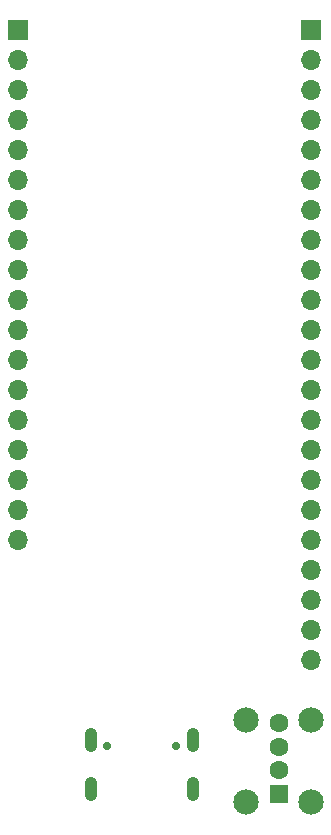
<source format=gbr>
%TF.GenerationSoftware,KiCad,Pcbnew,5.1.5+dfsg1-2build2*%
%TF.CreationDate,2021-07-16T13:05:09+05:30*%
%TF.ProjectId,USBee32-S2,55534265-6533-4322-9d53-322e6b696361,rev?*%
%TF.SameCoordinates,Original*%
%TF.FileFunction,Soldermask,Bot*%
%TF.FilePolarity,Negative*%
%FSLAX46Y46*%
G04 Gerber Fmt 4.6, Leading zero omitted, Abs format (unit mm)*
G04 Created by KiCad (PCBNEW 5.1.5+dfsg1-2build2) date 2021-07-16 13:05:09*
%MOMM*%
%LPD*%
G04 APERTURE LIST*
%ADD10C,2.150000*%
%ADD11R,1.600000X1.600000*%
%ADD12C,1.600000*%
%ADD13O,1.700000X1.700000*%
%ADD14R,1.700000X1.700000*%
%ADD15C,0.700000*%
%ADD16O,1.050000X2.100000*%
G04 APERTURE END LIST*
D10*
X186780000Y-123430000D03*
X186780000Y-116430000D03*
X192220000Y-116430000D03*
X192220000Y-123430000D03*
D11*
X189500000Y-122700000D03*
D12*
X189500000Y-120700000D03*
X189500000Y-118700000D03*
X189500000Y-116700000D03*
D13*
X192220000Y-111355000D03*
X192220000Y-108815000D03*
X192220000Y-106275000D03*
X192220000Y-103735000D03*
X192220000Y-101195000D03*
X192220000Y-98655000D03*
X192220000Y-96115000D03*
X192220000Y-93575000D03*
X192220000Y-91035000D03*
X192220000Y-88495000D03*
X192220000Y-85955000D03*
X192220000Y-83415000D03*
X192220000Y-80875000D03*
X192220000Y-78335000D03*
X192220000Y-75795000D03*
X192220000Y-73255000D03*
X192220000Y-70715000D03*
X192220000Y-68175000D03*
X192220000Y-65635000D03*
X192220000Y-63095000D03*
X192220000Y-60555000D03*
D14*
X192220000Y-58015000D03*
D15*
X180783980Y-118658620D03*
X175003980Y-118658620D03*
D16*
X182213980Y-122308620D03*
X173573980Y-122308620D03*
X182213980Y-118128620D03*
X173573980Y-118128620D03*
D13*
X167430000Y-101195000D03*
X167430000Y-98655000D03*
X167430000Y-96115000D03*
X167430000Y-93575000D03*
X167430000Y-91035000D03*
X167430000Y-88495000D03*
X167430000Y-85955000D03*
X167430000Y-83415000D03*
X167430000Y-80875000D03*
X167430000Y-78335000D03*
X167430000Y-75795000D03*
X167430000Y-73255000D03*
X167430000Y-70715000D03*
X167430000Y-68175000D03*
X167430000Y-65635000D03*
X167430000Y-63095000D03*
X167430000Y-60555000D03*
D14*
X167430000Y-58015000D03*
M02*

</source>
